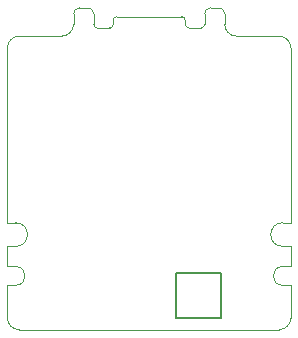
<source format=gbr>
%TF.GenerationSoftware,KiCad,Pcbnew,5.1.12-84ad8e8a86~92~ubuntu18.04.1*%
%TF.CreationDate,2021-11-19T03:32:58-05:00*%
%TF.ProjectId,FrameworkExpansion,4672616d-6577-46f7-926b-457870616e73,X1*%
%TF.SameCoordinates,Original*%
%TF.FileFunction,Profile,NP*%
%FSLAX46Y46*%
G04 Gerber Fmt 4.6, Leading zero omitted, Abs format (unit mm)*
G04 Created by KiCad (PCBNEW 5.1.12-84ad8e8a86~92~ubuntu18.04.1) date 2021-11-19 03:32:58*
%MOMM*%
%LPD*%
G01*
G04 APERTURE LIST*
%TA.AperFunction,Profile*%
%ADD10C,0.150000*%
%TD*%
%TA.AperFunction,Profile*%
%ADD11C,0.050000*%
%TD*%
G04 APERTURE END LIST*
D10*
X142240000Y-153543000D02*
X142240000Y-149733000D01*
X146050000Y-153543000D02*
X142240000Y-153543000D01*
X146050000Y-149733000D02*
X146050000Y-153543000D01*
X142240000Y-149733000D02*
X146050000Y-149733000D01*
D11*
X147400000Y-129700000D02*
G75*
G02*
X146400000Y-128700000I0J1000000D01*
G01*
X151000000Y-129700000D02*
G75*
G02*
X152000000Y-130700000I0J-1000000D01*
G01*
X145900000Y-127300000D02*
G75*
G02*
X146400000Y-127800000I0J-500000D01*
G01*
X151300000Y-150800000D02*
G75*
G02*
X151300000Y-149200000I0J800000D01*
G01*
X151300000Y-147500000D02*
G75*
G02*
X151300000Y-145500000I0J1000000D01*
G01*
X144700000Y-127800000D02*
G75*
G02*
X145200000Y-127300000I500000J0D01*
G01*
X134800000Y-127300000D02*
G75*
G02*
X135300000Y-127800000I0J-500000D01*
G01*
X152000000Y-153550000D02*
G75*
G02*
X151000000Y-154550000I-1000000J0D01*
G01*
X133600000Y-127800000D02*
G75*
G02*
X134100000Y-127300000I500000J0D01*
G01*
X145900000Y-127300000D02*
X145200000Y-127300000D01*
X132600000Y-129700000D02*
X129000000Y-129700000D01*
X147400000Y-129700000D02*
X151000000Y-129700000D01*
X133600000Y-128700000D02*
G75*
G02*
X132600000Y-129700000I-1000000J0D01*
G01*
X128700000Y-145500000D02*
G75*
G02*
X128700000Y-147500000I0J-1000000D01*
G01*
X128000000Y-130700000D02*
G75*
G02*
X129000000Y-129700000I1000000J0D01*
G01*
X129000000Y-154550000D02*
G75*
G02*
X128000000Y-153550000I0J1000000D01*
G01*
X128700000Y-149200000D02*
G75*
G02*
X128700000Y-150800000I0J-800000D01*
G01*
X134800000Y-127300000D02*
X134100000Y-127300000D01*
X128000000Y-150800000D02*
X128700000Y-150800000D01*
X128700000Y-149200000D02*
X128000000Y-149200000D01*
X128000000Y-145500000D02*
X128000000Y-130700000D01*
X151300000Y-149200000D02*
X152000000Y-149200000D01*
X151300000Y-150800000D02*
X152000000Y-150800000D01*
X152000000Y-145500000D02*
X152000000Y-130700000D01*
X146400000Y-128700000D02*
X146400000Y-127800000D01*
X144700000Y-128700000D02*
X144700000Y-127800000D01*
X152000000Y-153550000D02*
X152000000Y-150800000D01*
X152000000Y-149200000D02*
X152000000Y-147500000D01*
X135300000Y-128700000D02*
X135300000Y-127800000D01*
X128700000Y-145500000D02*
X128000000Y-145500000D01*
X128700000Y-147500000D02*
X128000000Y-147500000D01*
X133600000Y-128700000D02*
X133600000Y-127800000D01*
X151300000Y-147500000D02*
X152000000Y-147500000D01*
X151300000Y-145500000D02*
X152000000Y-145500000D01*
X151000000Y-154550000D02*
X129000000Y-154550000D01*
X128000000Y-149200000D02*
X128000000Y-147500000D01*
X128000000Y-150800000D02*
X128000000Y-153550000D01*
X144300000Y-129000000D02*
X144400000Y-129000000D01*
X135600000Y-129000000D02*
X135700000Y-129000000D01*
X144700000Y-128700000D02*
G75*
G02*
X144400000Y-129000000I-300000J0D01*
G01*
X135600000Y-129000000D02*
G75*
G02*
X135300000Y-128700000I0J300000D01*
G01*
%TO.C,P1*%
X143350000Y-129000000D02*
X144300000Y-129000000D01*
X143050000Y-128340000D02*
X143050000Y-128700000D01*
X137250000Y-128040000D02*
X142750000Y-128040000D01*
X136950000Y-128340000D02*
X136950000Y-128700000D01*
X136650000Y-129000000D02*
X135700000Y-129000000D01*
X143050000Y-128340000D02*
G75*
G03*
X142750000Y-128040000I-300000J0D01*
G01*
X137250000Y-128040000D02*
G75*
G03*
X136950000Y-128340000I0J-300000D01*
G01*
X143050000Y-128700000D02*
G75*
G03*
X143350000Y-129000000I300000J0D01*
G01*
X136650000Y-129000000D02*
G75*
G03*
X136950000Y-128700000I0J300000D01*
G01*
%TD*%
M02*

</source>
